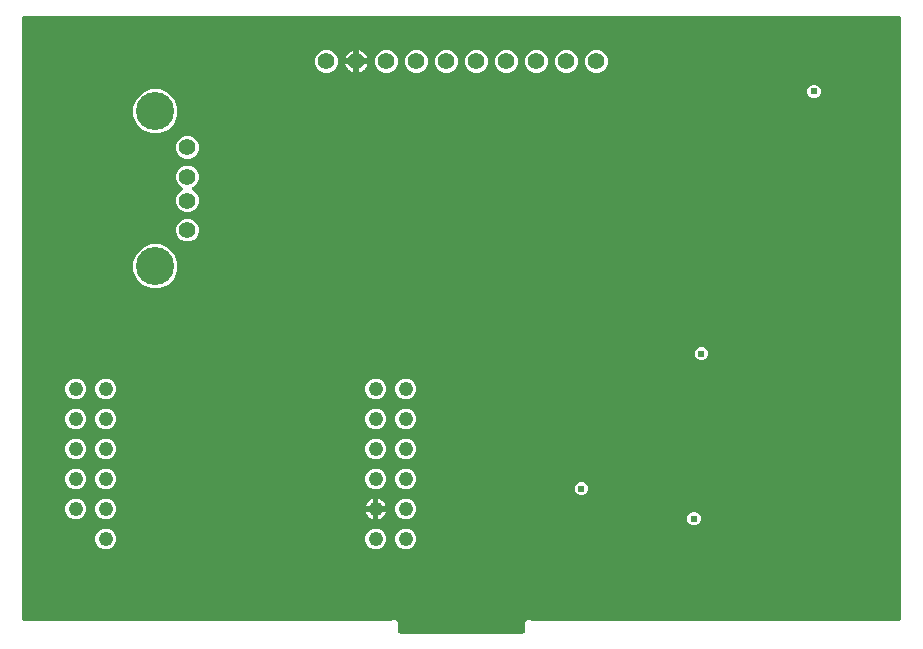
<source format=gbr>
G04 EAGLE Gerber RS-274X export*
G75*
%MOMM*%
%FSLAX34Y34*%
%LPD*%
%INCopper Layer 15*%
%IPPOS*%
%AMOC8*
5,1,8,0,0,1.08239X$1,22.5*%
G01*
%ADD10C,1.422400*%
%ADD11C,1.244600*%
%ADD12C,1.400000*%
%ADD13C,3.220000*%
%ADD14C,0.609600*%

G36*
X426659Y-8247D02*
X426659Y-8247D01*
X426726Y-8250D01*
X426853Y-8228D01*
X426981Y-8214D01*
X427044Y-8194D01*
X427110Y-8183D01*
X427229Y-8135D01*
X427352Y-8096D01*
X427410Y-8064D01*
X427472Y-8039D01*
X427579Y-7968D01*
X427692Y-7905D01*
X427742Y-7861D01*
X427798Y-7825D01*
X427889Y-7734D01*
X427986Y-7649D01*
X428026Y-7596D01*
X428073Y-7549D01*
X428143Y-7441D01*
X428221Y-7338D01*
X428249Y-7278D01*
X428286Y-7222D01*
X428333Y-7102D01*
X428388Y-6986D01*
X428404Y-6921D01*
X428428Y-6859D01*
X428440Y-6773D01*
X428480Y-6607D01*
X428485Y-6437D01*
X428497Y-6350D01*
X428497Y1368D01*
X430432Y3303D01*
X433168Y3303D01*
X433372Y3098D01*
X433449Y3036D01*
X433520Y2965D01*
X433600Y2913D01*
X433675Y2853D01*
X433763Y2807D01*
X433846Y2752D01*
X433936Y2717D01*
X434021Y2673D01*
X434117Y2646D01*
X434209Y2610D01*
X434282Y2600D01*
X434396Y2568D01*
X434636Y2552D01*
X434719Y2541D01*
X744655Y2541D01*
X744721Y2548D01*
X744788Y2545D01*
X744915Y2567D01*
X745043Y2581D01*
X745106Y2601D01*
X745172Y2612D01*
X745291Y2660D01*
X745414Y2699D01*
X745472Y2731D01*
X745534Y2756D01*
X745641Y2827D01*
X745754Y2890D01*
X745804Y2934D01*
X745860Y2970D01*
X745951Y3061D01*
X746048Y3146D01*
X746088Y3199D01*
X746135Y3246D01*
X746205Y3354D01*
X746283Y3457D01*
X746311Y3517D01*
X746348Y3573D01*
X746395Y3693D01*
X746450Y3809D01*
X746466Y3874D01*
X746490Y3936D01*
X746502Y4022D01*
X746542Y4188D01*
X746547Y4358D01*
X746559Y4445D01*
X746559Y512955D01*
X746552Y513021D01*
X746555Y513088D01*
X746533Y513215D01*
X746519Y513343D01*
X746499Y513406D01*
X746488Y513472D01*
X746440Y513591D01*
X746401Y513714D01*
X746369Y513772D01*
X746344Y513834D01*
X746273Y513941D01*
X746210Y514054D01*
X746166Y514104D01*
X746130Y514160D01*
X746039Y514251D01*
X745954Y514348D01*
X745901Y514388D01*
X745854Y514435D01*
X745746Y514505D01*
X745643Y514583D01*
X745583Y514611D01*
X745527Y514648D01*
X745407Y514695D01*
X745291Y514750D01*
X745226Y514766D01*
X745164Y514790D01*
X745078Y514802D01*
X744912Y514842D01*
X744742Y514847D01*
X744655Y514859D01*
X4445Y514859D01*
X4379Y514852D01*
X4312Y514855D01*
X4185Y514833D01*
X4057Y514819D01*
X3994Y514799D01*
X3928Y514788D01*
X3809Y514740D01*
X3686Y514701D01*
X3628Y514669D01*
X3566Y514644D01*
X3459Y514573D01*
X3346Y514510D01*
X3296Y514466D01*
X3240Y514430D01*
X3149Y514339D01*
X3052Y514254D01*
X3012Y514201D01*
X2965Y514154D01*
X2895Y514046D01*
X2817Y513943D01*
X2789Y513883D01*
X2752Y513827D01*
X2705Y513707D01*
X2650Y513591D01*
X2634Y513526D01*
X2610Y513464D01*
X2598Y513378D01*
X2558Y513212D01*
X2553Y513042D01*
X2541Y512955D01*
X2541Y4445D01*
X2548Y4379D01*
X2545Y4312D01*
X2567Y4185D01*
X2581Y4057D01*
X2601Y3994D01*
X2612Y3928D01*
X2660Y3809D01*
X2699Y3686D01*
X2731Y3628D01*
X2756Y3566D01*
X2827Y3459D01*
X2890Y3346D01*
X2934Y3296D01*
X2970Y3240D01*
X3061Y3149D01*
X3146Y3052D01*
X3199Y3012D01*
X3246Y2965D01*
X3354Y2895D01*
X3457Y2817D01*
X3517Y2789D01*
X3573Y2752D01*
X3693Y2705D01*
X3809Y2650D01*
X3874Y2634D01*
X3936Y2610D01*
X4022Y2598D01*
X4188Y2558D01*
X4358Y2553D01*
X4445Y2541D01*
X314581Y2541D01*
X314680Y2551D01*
X314780Y2551D01*
X314874Y2571D01*
X314969Y2581D01*
X315064Y2611D01*
X315161Y2631D01*
X315249Y2670D01*
X315340Y2699D01*
X315427Y2748D01*
X315518Y2787D01*
X315577Y2832D01*
X315680Y2890D01*
X315861Y3048D01*
X315928Y3098D01*
X316132Y3303D01*
X318868Y3303D01*
X320803Y1368D01*
X320803Y-6350D01*
X320810Y-6416D01*
X320807Y-6483D01*
X320829Y-6610D01*
X320843Y-6738D01*
X320863Y-6801D01*
X320874Y-6867D01*
X320922Y-6986D01*
X320961Y-7109D01*
X320993Y-7167D01*
X321018Y-7229D01*
X321089Y-7336D01*
X321152Y-7449D01*
X321196Y-7499D01*
X321232Y-7555D01*
X321323Y-7646D01*
X321408Y-7743D01*
X321461Y-7783D01*
X321508Y-7830D01*
X321616Y-7900D01*
X321719Y-7978D01*
X321779Y-8006D01*
X321835Y-8043D01*
X321955Y-8090D01*
X322071Y-8145D01*
X322136Y-8161D01*
X322198Y-8185D01*
X322284Y-8197D01*
X322450Y-8237D01*
X322620Y-8242D01*
X322707Y-8254D01*
X426593Y-8254D01*
X426659Y-8247D01*
G37*
%LPC*%
G36*
X111791Y415359D02*
X111791Y415359D01*
X104940Y418197D01*
X99696Y423441D01*
X96858Y430292D01*
X96858Y437708D01*
X99696Y444559D01*
X104940Y449803D01*
X111791Y452641D01*
X119207Y452641D01*
X126058Y449803D01*
X131302Y444559D01*
X134140Y437708D01*
X134140Y430292D01*
X131302Y423441D01*
X126058Y418197D01*
X119207Y415359D01*
X111791Y415359D01*
G37*
%LPD*%
%LPC*%
G36*
X111791Y283959D02*
X111791Y283959D01*
X104940Y286797D01*
X99696Y292041D01*
X96858Y298892D01*
X96858Y306308D01*
X99696Y313159D01*
X104940Y318403D01*
X111791Y321241D01*
X119207Y321241D01*
X126058Y318403D01*
X131302Y313159D01*
X134140Y306308D01*
X134140Y298892D01*
X131302Y292041D01*
X126058Y286797D01*
X119207Y283959D01*
X111791Y283959D01*
G37*
%LPD*%
%LPC*%
G36*
X140702Y348759D02*
X140702Y348759D01*
X137196Y350212D01*
X134512Y352896D01*
X133059Y356402D01*
X133059Y360198D01*
X134512Y363704D01*
X137196Y366388D01*
X137564Y366541D01*
X137593Y366556D01*
X137625Y366567D01*
X137764Y366649D01*
X137907Y366726D01*
X137932Y366747D01*
X137961Y366764D01*
X138081Y366872D01*
X138205Y366977D01*
X138225Y367003D01*
X138250Y367026D01*
X138345Y367156D01*
X138445Y367284D01*
X138460Y367313D01*
X138480Y367340D01*
X138547Y367488D01*
X138619Y367633D01*
X138627Y367665D01*
X138641Y367695D01*
X138676Y367853D01*
X138717Y368010D01*
X138719Y368043D01*
X138726Y368076D01*
X138728Y368237D01*
X138737Y368399D01*
X138732Y368432D01*
X138732Y368466D01*
X138702Y368624D01*
X138677Y368784D01*
X138665Y368816D01*
X138659Y368848D01*
X138596Y368998D01*
X138539Y369149D01*
X138522Y369177D01*
X138509Y369208D01*
X138417Y369342D01*
X138331Y369479D01*
X138308Y369502D01*
X138289Y369530D01*
X138172Y369642D01*
X138059Y369758D01*
X138032Y369777D01*
X138008Y369800D01*
X137936Y369842D01*
X137737Y369977D01*
X137627Y370023D01*
X137564Y370059D01*
X137196Y370212D01*
X134512Y372896D01*
X133059Y376402D01*
X133059Y380198D01*
X134512Y383704D01*
X137196Y386388D01*
X140702Y387841D01*
X144498Y387841D01*
X148004Y386388D01*
X150688Y383704D01*
X152141Y380198D01*
X152141Y376402D01*
X150688Y372896D01*
X148004Y370212D01*
X147636Y370059D01*
X147607Y370043D01*
X147575Y370033D01*
X147435Y369951D01*
X147293Y369874D01*
X147268Y369853D01*
X147239Y369836D01*
X147119Y369727D01*
X146995Y369623D01*
X146975Y369597D01*
X146950Y369574D01*
X146855Y369444D01*
X146755Y369316D01*
X146740Y369286D01*
X146720Y369259D01*
X146653Y369112D01*
X146581Y368967D01*
X146573Y368935D01*
X146559Y368904D01*
X146524Y368746D01*
X146483Y368590D01*
X146481Y368557D01*
X146474Y368524D01*
X146471Y368362D01*
X146463Y368201D01*
X146468Y368168D01*
X146468Y368134D01*
X146498Y367975D01*
X146523Y367815D01*
X146535Y367784D01*
X146541Y367752D01*
X146604Y367602D01*
X146661Y367451D01*
X146679Y367422D01*
X146691Y367392D01*
X146783Y367258D01*
X146869Y367121D01*
X146893Y367097D01*
X146911Y367070D01*
X147028Y366958D01*
X147141Y366841D01*
X147168Y366823D01*
X147192Y366800D01*
X147264Y366758D01*
X147463Y366623D01*
X147573Y366577D01*
X147636Y366541D01*
X148004Y366388D01*
X150688Y363704D01*
X152141Y360198D01*
X152141Y356402D01*
X150688Y352896D01*
X148004Y350212D01*
X144498Y348759D01*
X140702Y348759D01*
G37*
%LPD*%
%LPC*%
G36*
X410830Y466597D02*
X410830Y466597D01*
X407282Y468067D01*
X404567Y470782D01*
X403097Y474330D01*
X403097Y478170D01*
X404567Y481718D01*
X407282Y484433D01*
X410830Y485903D01*
X414670Y485903D01*
X418218Y484433D01*
X420933Y481718D01*
X422403Y478170D01*
X422403Y474330D01*
X420933Y470782D01*
X418218Y468067D01*
X414670Y466597D01*
X410830Y466597D01*
G37*
%LPD*%
%LPC*%
G36*
X385430Y466597D02*
X385430Y466597D01*
X381882Y468067D01*
X379167Y470782D01*
X377697Y474330D01*
X377697Y478170D01*
X379167Y481718D01*
X381882Y484433D01*
X385430Y485903D01*
X389270Y485903D01*
X392818Y484433D01*
X395533Y481718D01*
X397003Y478170D01*
X397003Y474330D01*
X395533Y470782D01*
X392818Y468067D01*
X389270Y466597D01*
X385430Y466597D01*
G37*
%LPD*%
%LPC*%
G36*
X360030Y466597D02*
X360030Y466597D01*
X356482Y468067D01*
X353767Y470782D01*
X352297Y474330D01*
X352297Y478170D01*
X353767Y481718D01*
X356482Y484433D01*
X360030Y485903D01*
X363870Y485903D01*
X367418Y484433D01*
X370133Y481718D01*
X371603Y478170D01*
X371603Y474330D01*
X370133Y470782D01*
X367418Y468067D01*
X363870Y466597D01*
X360030Y466597D01*
G37*
%LPD*%
%LPC*%
G36*
X487030Y466597D02*
X487030Y466597D01*
X483482Y468067D01*
X480767Y470782D01*
X479297Y474330D01*
X479297Y478170D01*
X480767Y481718D01*
X483482Y484433D01*
X487030Y485903D01*
X490870Y485903D01*
X494418Y484433D01*
X497133Y481718D01*
X498603Y478170D01*
X498603Y474330D01*
X497133Y470782D01*
X494418Y468067D01*
X490870Y466597D01*
X487030Y466597D01*
G37*
%LPD*%
%LPC*%
G36*
X309230Y466597D02*
X309230Y466597D01*
X305682Y468067D01*
X302967Y470782D01*
X301497Y474330D01*
X301497Y478170D01*
X302967Y481718D01*
X305682Y484433D01*
X309230Y485903D01*
X313070Y485903D01*
X316618Y484433D01*
X319333Y481718D01*
X320803Y478170D01*
X320803Y474330D01*
X319333Y470782D01*
X316618Y468067D01*
X313070Y466597D01*
X309230Y466597D01*
G37*
%LPD*%
%LPC*%
G36*
X258430Y466597D02*
X258430Y466597D01*
X254882Y468067D01*
X252167Y470782D01*
X250697Y474330D01*
X250697Y478170D01*
X252167Y481718D01*
X254882Y484433D01*
X258430Y485903D01*
X262270Y485903D01*
X265818Y484433D01*
X268533Y481718D01*
X270003Y478170D01*
X270003Y474330D01*
X268533Y470782D01*
X265818Y468067D01*
X262270Y466597D01*
X258430Y466597D01*
G37*
%LPD*%
%LPC*%
G36*
X436230Y466597D02*
X436230Y466597D01*
X432682Y468067D01*
X429967Y470782D01*
X428497Y474330D01*
X428497Y478170D01*
X429967Y481718D01*
X432682Y484433D01*
X436230Y485903D01*
X440070Y485903D01*
X443618Y484433D01*
X446333Y481718D01*
X447803Y478170D01*
X447803Y474330D01*
X446333Y470782D01*
X443618Y468067D01*
X440070Y466597D01*
X436230Y466597D01*
G37*
%LPD*%
%LPC*%
G36*
X334630Y466597D02*
X334630Y466597D01*
X331082Y468067D01*
X328367Y470782D01*
X326897Y474330D01*
X326897Y478170D01*
X328367Y481718D01*
X331082Y484433D01*
X334630Y485903D01*
X338470Y485903D01*
X342018Y484433D01*
X344733Y481718D01*
X346203Y478170D01*
X346203Y474330D01*
X344733Y470782D01*
X342018Y468067D01*
X338470Y466597D01*
X334630Y466597D01*
G37*
%LPD*%
%LPC*%
G36*
X461630Y466597D02*
X461630Y466597D01*
X458082Y468067D01*
X455367Y470782D01*
X453897Y474330D01*
X453897Y478170D01*
X455367Y481718D01*
X458082Y484433D01*
X461630Y485903D01*
X465470Y485903D01*
X469018Y484433D01*
X471733Y481718D01*
X473203Y478170D01*
X473203Y474330D01*
X471733Y470782D01*
X469018Y468067D01*
X465470Y466597D01*
X461630Y466597D01*
G37*
%LPD*%
%LPC*%
G36*
X140702Y393759D02*
X140702Y393759D01*
X137196Y395212D01*
X134512Y397896D01*
X133059Y401402D01*
X133059Y405198D01*
X134512Y408704D01*
X137196Y411388D01*
X140702Y412841D01*
X144498Y412841D01*
X148004Y411388D01*
X150688Y408704D01*
X152141Y405198D01*
X152141Y401402D01*
X150688Y397896D01*
X148004Y395212D01*
X144498Y393759D01*
X140702Y393759D01*
G37*
%LPD*%
%LPC*%
G36*
X140702Y323759D02*
X140702Y323759D01*
X137196Y325212D01*
X134512Y327896D01*
X133059Y331402D01*
X133059Y335198D01*
X134512Y338704D01*
X137196Y341388D01*
X140702Y342841D01*
X144498Y342841D01*
X148004Y341388D01*
X150688Y338704D01*
X152141Y335198D01*
X152141Y331402D01*
X150688Y327896D01*
X148004Y325212D01*
X144498Y323759D01*
X140702Y323759D01*
G37*
%LPD*%
%LPC*%
G36*
X46257Y190036D02*
X46257Y190036D01*
X43036Y191370D01*
X40570Y193836D01*
X39236Y197057D01*
X39236Y200543D01*
X40570Y203764D01*
X43036Y206230D01*
X46257Y207564D01*
X49743Y207564D01*
X52964Y206230D01*
X55430Y203764D01*
X56764Y200543D01*
X56764Y197057D01*
X55430Y193836D01*
X52964Y191370D01*
X49743Y190036D01*
X46257Y190036D01*
G37*
%LPD*%
%LPC*%
G36*
X46257Y139236D02*
X46257Y139236D01*
X43036Y140570D01*
X40570Y143036D01*
X39236Y146257D01*
X39236Y149743D01*
X40570Y152964D01*
X43036Y155430D01*
X46257Y156764D01*
X49743Y156764D01*
X52964Y155430D01*
X55430Y152964D01*
X56764Y149743D01*
X56764Y146257D01*
X55430Y143036D01*
X52964Y140570D01*
X49743Y139236D01*
X46257Y139236D01*
G37*
%LPD*%
%LPC*%
G36*
X71657Y63036D02*
X71657Y63036D01*
X68436Y64370D01*
X65970Y66836D01*
X64636Y70057D01*
X64636Y73543D01*
X65970Y76764D01*
X68436Y79230D01*
X71657Y80564D01*
X75143Y80564D01*
X78364Y79230D01*
X80830Y76764D01*
X82164Y73543D01*
X82164Y70057D01*
X80830Y66836D01*
X78364Y64370D01*
X75143Y63036D01*
X71657Y63036D01*
G37*
%LPD*%
%LPC*%
G36*
X300257Y63036D02*
X300257Y63036D01*
X297036Y64370D01*
X294570Y66836D01*
X293236Y70057D01*
X293236Y73543D01*
X294570Y76764D01*
X297036Y79230D01*
X300257Y80564D01*
X303743Y80564D01*
X306964Y79230D01*
X309430Y76764D01*
X310764Y73543D01*
X310764Y70057D01*
X309430Y66836D01*
X306964Y64370D01*
X303743Y63036D01*
X300257Y63036D01*
G37*
%LPD*%
%LPC*%
G36*
X46257Y88436D02*
X46257Y88436D01*
X43036Y89770D01*
X40570Y92236D01*
X39236Y95457D01*
X39236Y98943D01*
X40570Y102164D01*
X43036Y104630D01*
X46257Y105964D01*
X49743Y105964D01*
X52964Y104630D01*
X55430Y102164D01*
X56764Y98943D01*
X56764Y95457D01*
X55430Y92236D01*
X52964Y89770D01*
X49743Y88436D01*
X46257Y88436D01*
G37*
%LPD*%
%LPC*%
G36*
X71657Y88436D02*
X71657Y88436D01*
X68436Y89770D01*
X65970Y92236D01*
X64636Y95457D01*
X64636Y98943D01*
X65970Y102164D01*
X68436Y104630D01*
X71657Y105964D01*
X75143Y105964D01*
X78364Y104630D01*
X80830Y102164D01*
X82164Y98943D01*
X82164Y95457D01*
X80830Y92236D01*
X78364Y89770D01*
X75143Y88436D01*
X71657Y88436D01*
G37*
%LPD*%
%LPC*%
G36*
X325657Y190036D02*
X325657Y190036D01*
X322436Y191370D01*
X319970Y193836D01*
X318636Y197057D01*
X318636Y200543D01*
X319970Y203764D01*
X322436Y206230D01*
X325657Y207564D01*
X329143Y207564D01*
X332364Y206230D01*
X334830Y203764D01*
X336164Y200543D01*
X336164Y197057D01*
X334830Y193836D01*
X332364Y191370D01*
X329143Y190036D01*
X325657Y190036D01*
G37*
%LPD*%
%LPC*%
G36*
X300257Y190036D02*
X300257Y190036D01*
X297036Y191370D01*
X294570Y193836D01*
X293236Y197057D01*
X293236Y200543D01*
X294570Y203764D01*
X297036Y206230D01*
X300257Y207564D01*
X303743Y207564D01*
X306964Y206230D01*
X309430Y203764D01*
X310764Y200543D01*
X310764Y197057D01*
X309430Y193836D01*
X306964Y191370D01*
X303743Y190036D01*
X300257Y190036D01*
G37*
%LPD*%
%LPC*%
G36*
X71657Y190036D02*
X71657Y190036D01*
X68436Y191370D01*
X65970Y193836D01*
X64636Y197057D01*
X64636Y200543D01*
X65970Y203764D01*
X68436Y206230D01*
X71657Y207564D01*
X75143Y207564D01*
X78364Y206230D01*
X80830Y203764D01*
X82164Y200543D01*
X82164Y197057D01*
X80830Y193836D01*
X78364Y191370D01*
X75143Y190036D01*
X71657Y190036D01*
G37*
%LPD*%
%LPC*%
G36*
X325657Y88436D02*
X325657Y88436D01*
X322436Y89770D01*
X319970Y92236D01*
X318636Y95457D01*
X318636Y98943D01*
X319970Y102164D01*
X322436Y104630D01*
X325657Y105964D01*
X329143Y105964D01*
X332364Y104630D01*
X334830Y102164D01*
X336164Y98943D01*
X336164Y95457D01*
X334830Y92236D01*
X332364Y89770D01*
X329143Y88436D01*
X325657Y88436D01*
G37*
%LPD*%
%LPC*%
G36*
X325657Y164636D02*
X325657Y164636D01*
X322436Y165970D01*
X319970Y168436D01*
X318636Y171657D01*
X318636Y175143D01*
X319970Y178364D01*
X322436Y180830D01*
X325657Y182164D01*
X329143Y182164D01*
X332364Y180830D01*
X334830Y178364D01*
X336164Y175143D01*
X336164Y171657D01*
X334830Y168436D01*
X332364Y165970D01*
X329143Y164636D01*
X325657Y164636D01*
G37*
%LPD*%
%LPC*%
G36*
X300257Y164636D02*
X300257Y164636D01*
X297036Y165970D01*
X294570Y168436D01*
X293236Y171657D01*
X293236Y175143D01*
X294570Y178364D01*
X297036Y180830D01*
X300257Y182164D01*
X303743Y182164D01*
X306964Y180830D01*
X309430Y178364D01*
X310764Y175143D01*
X310764Y171657D01*
X309430Y168436D01*
X306964Y165970D01*
X303743Y164636D01*
X300257Y164636D01*
G37*
%LPD*%
%LPC*%
G36*
X71657Y164636D02*
X71657Y164636D01*
X68436Y165970D01*
X65970Y168436D01*
X64636Y171657D01*
X64636Y175143D01*
X65970Y178364D01*
X68436Y180830D01*
X71657Y182164D01*
X75143Y182164D01*
X78364Y180830D01*
X80830Y178364D01*
X82164Y175143D01*
X82164Y171657D01*
X80830Y168436D01*
X78364Y165970D01*
X75143Y164636D01*
X71657Y164636D01*
G37*
%LPD*%
%LPC*%
G36*
X46257Y164636D02*
X46257Y164636D01*
X43036Y165970D01*
X40570Y168436D01*
X39236Y171657D01*
X39236Y175143D01*
X40570Y178364D01*
X43036Y180830D01*
X46257Y182164D01*
X49743Y182164D01*
X52964Y180830D01*
X55430Y178364D01*
X56764Y175143D01*
X56764Y171657D01*
X55430Y168436D01*
X52964Y165970D01*
X49743Y164636D01*
X46257Y164636D01*
G37*
%LPD*%
%LPC*%
G36*
X325657Y139236D02*
X325657Y139236D01*
X322436Y140570D01*
X319970Y143036D01*
X318636Y146257D01*
X318636Y149743D01*
X319970Y152964D01*
X322436Y155430D01*
X325657Y156764D01*
X329143Y156764D01*
X332364Y155430D01*
X334830Y152964D01*
X336164Y149743D01*
X336164Y146257D01*
X334830Y143036D01*
X332364Y140570D01*
X329143Y139236D01*
X325657Y139236D01*
G37*
%LPD*%
%LPC*%
G36*
X300257Y139236D02*
X300257Y139236D01*
X297036Y140570D01*
X294570Y143036D01*
X293236Y146257D01*
X293236Y149743D01*
X294570Y152964D01*
X297036Y155430D01*
X300257Y156764D01*
X303743Y156764D01*
X306964Y155430D01*
X309430Y152964D01*
X310764Y149743D01*
X310764Y146257D01*
X309430Y143036D01*
X306964Y140570D01*
X303743Y139236D01*
X300257Y139236D01*
G37*
%LPD*%
%LPC*%
G36*
X71657Y139236D02*
X71657Y139236D01*
X68436Y140570D01*
X65970Y143036D01*
X64636Y146257D01*
X64636Y149743D01*
X65970Y152964D01*
X68436Y155430D01*
X71657Y156764D01*
X75143Y156764D01*
X78364Y155430D01*
X80830Y152964D01*
X82164Y149743D01*
X82164Y146257D01*
X80830Y143036D01*
X78364Y140570D01*
X75143Y139236D01*
X71657Y139236D01*
G37*
%LPD*%
%LPC*%
G36*
X325657Y63036D02*
X325657Y63036D01*
X322436Y64370D01*
X319970Y66836D01*
X318636Y70057D01*
X318636Y73543D01*
X319970Y76764D01*
X322436Y79230D01*
X325657Y80564D01*
X329143Y80564D01*
X332364Y79230D01*
X334830Y76764D01*
X336164Y73543D01*
X336164Y70057D01*
X334830Y66836D01*
X332364Y64370D01*
X329143Y63036D01*
X325657Y63036D01*
G37*
%LPD*%
%LPC*%
G36*
X325657Y113836D02*
X325657Y113836D01*
X322436Y115170D01*
X319970Y117636D01*
X318636Y120857D01*
X318636Y124343D01*
X319970Y127564D01*
X322436Y130030D01*
X325657Y131364D01*
X329143Y131364D01*
X332364Y130030D01*
X334830Y127564D01*
X336164Y124343D01*
X336164Y120857D01*
X334830Y117636D01*
X332364Y115170D01*
X329143Y113836D01*
X325657Y113836D01*
G37*
%LPD*%
%LPC*%
G36*
X300257Y113836D02*
X300257Y113836D01*
X297036Y115170D01*
X294570Y117636D01*
X293236Y120857D01*
X293236Y124343D01*
X294570Y127564D01*
X297036Y130030D01*
X300257Y131364D01*
X303743Y131364D01*
X306964Y130030D01*
X309430Y127564D01*
X310764Y124343D01*
X310764Y120857D01*
X309430Y117636D01*
X306964Y115170D01*
X303743Y113836D01*
X300257Y113836D01*
G37*
%LPD*%
%LPC*%
G36*
X71657Y113836D02*
X71657Y113836D01*
X68436Y115170D01*
X65970Y117636D01*
X64636Y120857D01*
X64636Y124343D01*
X65970Y127564D01*
X68436Y130030D01*
X71657Y131364D01*
X75143Y131364D01*
X78364Y130030D01*
X80830Y127564D01*
X82164Y124343D01*
X82164Y120857D01*
X80830Y117636D01*
X78364Y115170D01*
X75143Y113836D01*
X71657Y113836D01*
G37*
%LPD*%
%LPC*%
G36*
X46257Y113836D02*
X46257Y113836D01*
X43036Y115170D01*
X40570Y117636D01*
X39236Y120857D01*
X39236Y124343D01*
X40570Y127564D01*
X43036Y130030D01*
X46257Y131364D01*
X49743Y131364D01*
X52964Y130030D01*
X55430Y127564D01*
X56764Y124343D01*
X56764Y120857D01*
X55430Y117636D01*
X52964Y115170D01*
X49743Y113836D01*
X46257Y113836D01*
G37*
%LPD*%
%LPC*%
G36*
X475138Y108711D02*
X475138Y108711D01*
X473084Y109562D01*
X471512Y111134D01*
X470661Y113188D01*
X470661Y115412D01*
X471512Y117466D01*
X473084Y119038D01*
X475138Y119889D01*
X477362Y119889D01*
X479416Y119038D01*
X480988Y117466D01*
X481839Y115412D01*
X481839Y113188D01*
X480988Y111134D01*
X479416Y109562D01*
X477362Y108711D01*
X475138Y108711D01*
G37*
%LPD*%
%LPC*%
G36*
X671988Y445261D02*
X671988Y445261D01*
X669934Y446112D01*
X668362Y447684D01*
X667511Y449738D01*
X667511Y451962D01*
X668362Y454016D01*
X669934Y455588D01*
X671988Y456439D01*
X674212Y456439D01*
X676266Y455588D01*
X677838Y454016D01*
X678689Y451962D01*
X678689Y449738D01*
X677838Y447684D01*
X676266Y446112D01*
X674212Y445261D01*
X671988Y445261D01*
G37*
%LPD*%
%LPC*%
G36*
X576738Y223011D02*
X576738Y223011D01*
X574684Y223862D01*
X573112Y225434D01*
X572261Y227488D01*
X572261Y229712D01*
X573112Y231766D01*
X574684Y233338D01*
X576738Y234189D01*
X578962Y234189D01*
X581016Y233338D01*
X582588Y231766D01*
X583439Y229712D01*
X583439Y227488D01*
X582588Y225434D01*
X581016Y223862D01*
X578962Y223011D01*
X576738Y223011D01*
G37*
%LPD*%
%LPC*%
G36*
X570388Y83311D02*
X570388Y83311D01*
X568334Y84162D01*
X566762Y85734D01*
X565911Y87788D01*
X565911Y90012D01*
X566762Y92066D01*
X568334Y93638D01*
X570388Y94489D01*
X572612Y94489D01*
X574666Y93638D01*
X576238Y92066D01*
X577089Y90012D01*
X577089Y87788D01*
X576238Y85734D01*
X574666Y84162D01*
X572612Y83311D01*
X570388Y83311D01*
G37*
%LPD*%
%LPC*%
G36*
X288289Y478789D02*
X288289Y478789D01*
X288289Y485574D01*
X289455Y485196D01*
X290809Y484506D01*
X292038Y483613D01*
X293113Y482538D01*
X294006Y481309D01*
X294696Y479955D01*
X295074Y478789D01*
X288289Y478789D01*
G37*
%LPD*%
%LPC*%
G36*
X288289Y473711D02*
X288289Y473711D01*
X295074Y473711D01*
X294696Y472545D01*
X294006Y471191D01*
X293113Y469962D01*
X292038Y468887D01*
X290809Y467994D01*
X289455Y467304D01*
X288289Y466926D01*
X288289Y473711D01*
G37*
%LPD*%
%LPC*%
G36*
X276426Y478789D02*
X276426Y478789D01*
X276804Y479955D01*
X277494Y481309D01*
X278387Y482538D01*
X279462Y483613D01*
X280691Y484506D01*
X282045Y485196D01*
X283211Y485574D01*
X283211Y478789D01*
X276426Y478789D01*
G37*
%LPD*%
%LPC*%
G36*
X282045Y467304D02*
X282045Y467304D01*
X280691Y467994D01*
X279462Y468887D01*
X278387Y469962D01*
X277494Y471191D01*
X276804Y472545D01*
X276426Y473711D01*
X283211Y473711D01*
X283211Y466926D01*
X282045Y467304D01*
G37*
%LPD*%
%LPC*%
G36*
X304222Y99422D02*
X304222Y99422D01*
X304222Y105693D01*
X305364Y105322D01*
X306593Y104695D01*
X307709Y103885D01*
X308685Y102909D01*
X309495Y101793D01*
X310122Y100564D01*
X310493Y99422D01*
X304222Y99422D01*
G37*
%LPD*%
%LPC*%
G36*
X304222Y94978D02*
X304222Y94978D01*
X310493Y94978D01*
X310122Y93836D01*
X309495Y92607D01*
X308685Y91491D01*
X307709Y90515D01*
X306593Y89705D01*
X305364Y89078D01*
X304222Y88707D01*
X304222Y94978D01*
G37*
%LPD*%
%LPC*%
G36*
X293507Y99422D02*
X293507Y99422D01*
X293878Y100564D01*
X294505Y101793D01*
X295315Y102909D01*
X296291Y103885D01*
X297407Y104695D01*
X298636Y105322D01*
X299778Y105693D01*
X299778Y99422D01*
X293507Y99422D01*
G37*
%LPD*%
%LPC*%
G36*
X298636Y89078D02*
X298636Y89078D01*
X297407Y89705D01*
X296291Y90515D01*
X295315Y91491D01*
X294505Y92607D01*
X293878Y93836D01*
X293507Y94978D01*
X299778Y94978D01*
X299778Y88707D01*
X298636Y89078D01*
G37*
%LPD*%
D10*
X260350Y476250D03*
X285750Y476250D03*
X311150Y476250D03*
X336550Y476250D03*
X361950Y476250D03*
X387350Y476250D03*
X412750Y476250D03*
X438150Y476250D03*
X463550Y476250D03*
X488950Y476250D03*
D11*
X73400Y71800D03*
X48000Y97200D03*
X73400Y97200D03*
X48000Y122600D03*
X73400Y122600D03*
X48000Y148000D03*
X73400Y148000D03*
X48000Y173400D03*
X73400Y173400D03*
X48000Y198800D03*
X73400Y198800D03*
X302000Y71800D03*
X327400Y71800D03*
X302000Y97200D03*
X327400Y97200D03*
X302000Y122600D03*
X327400Y122600D03*
X302000Y148000D03*
X327400Y148000D03*
X302000Y173400D03*
X327400Y173400D03*
X302000Y198800D03*
X327400Y198800D03*
D12*
X142600Y333300D03*
X142600Y358300D03*
X142600Y378300D03*
X142600Y403300D03*
D13*
X115499Y302600D03*
X115499Y434000D03*
D14*
X571500Y88900D03*
X476250Y114300D03*
X577850Y228600D03*
X673100Y450850D03*
X558800Y184150D03*
M02*

</source>
